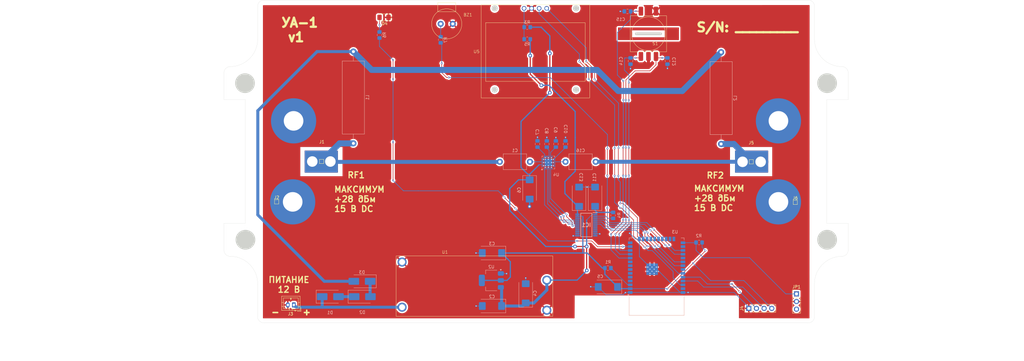
<source format=kicad_pcb>
(kicad_pcb (version 20240108) (generator "pcbnew") (generator_version "8.0")
  (layers (0 "F.Cu" signal) (31 "B.Cu" signal) (34 "B.Paste" user) (35 "F.Paste" user) (36 "B.SilkS" user "B.Silkscreen") (37 "F.SilkS" user "F.Silkscreen") (38 "B.Mask" user) (39 "F.Mask" user) (44 "Edge.Cuts" user))
  (net 0 "")
  (net 1 "Net-(BZ1-+)")
  (net 2 "GND")
  (net 3 "Net-(U4-RF1)")
  (net 4 "Net-(J1-Pin_1)")
  (net 5 "+5V")
  (net 6 "+3.3V")
  (net 7 "Net-(U4-AGC1)")
  (net 8 "Net-(U4-AGC5)")
  (net 9 "Net-(U4-AGC6)")
  (net 10 "Net-(U4-AGC7)")
  (net 11 "/ENC_B")
  (net 12 "/ENC_A")
  (net 13 "/ENC_BTN")
  (net 14 "Net-(U4-RF2)")
  (net 15 "Net-(J5-Pin_1)")
  (net 16 "Net-(D1-A)")
  (net 17 "Net-(D1-K)")
  (net 18 "Net-(D2-A)")
  (net 19 "/Vline")
  (net 20 "Net-(D4-A)")
  (net 24 "/SI_5V")
  (net 27 "/LE_3V")
  (net 28 "/SH_CLK_3V")
  (net 30 "/RESET_3V")
  (net 31 "Net-(IC1-DIR)")
  (net 32 "/LE_5V")
  (net 33 "/SI_3V")
  (net 35 "/RESET_5V")
  (net 37 "/SH_CLK_5V")
  (net 38 "/TX0")
  (net 39 "/RX0")
  (net 40 "Net-(JP1-A)")
  (net 42 "Net-(U3-EN)")
  (net 43 "Net-(U5-VCC)")
  (net 44 "/LED")
  (net 45 "/BUZ")
  (net 46 "/OLED_SCL")
  (net 50 "/OLED_SDA")
  (footprint "Connector_PinHeader_2.54mm:PinHeader_1x03_P2.54mm_Vertical" (layer "F.Cu") (at 237.8 134.575)
    (property "Reference" "JP1")
    (property "Value" "PLS-3")
  )
  (footprint "Alexeyj4:MPN" (layer "F.Cu") (at 131 132)
    (property "Reference" "U1")
    (property "Value" "MP-N")
  )
  (footprint "Alexeyj4:OLED I2C" (layer "F.Cu") (at 151.2 53.5)
    (property "Reference" "U5")
    (property "Value" "OLED")
    (fp_circle (center -13.5 -13.75) (end -12.5 -13.75) (stroke (width 0.05)) (fill solid) (layer "Edge.Cuts"))
    (fp_circle (center -13.5 13.25) (end -12.5 13.25) (stroke (width 0.05)) (fill solid) (layer "Edge.Cuts"))
    (fp_circle (center 13.5 -13.75) (end 14.5 -13.75) (stroke (width 0.05)) (fill solid) (layer "Edge.Cuts"))
    (fp_circle (center 13.5 13.25) (end 14.5 13.25) (stroke (width 0.05)) (fill solid) (layer "Edge.Cuts"))
  )
  (footprint "TestPoint:TestPoint_Pad_1.0x1.0mm" (layer "F.Cu") (at 65.4 104)
    (property "Reference" "J2")
    (property "Value" "RF_base_gnd")
  )
  (footprint "Alexeyj4:HC0903A" (layer "F.Cu") (at 121.8 44.9)
    (property "Reference" "BZ1")
    (property "Value" "Buzzer")
  )
  (footprint "TestPoint:TestPoint_Pad_1.0x1.0mm" (layer "F.Cu") (at 222.8 90.7)
    (property "Reference" "J5")
    (property "Value" "RF_mine")
  )
  (footprint "TestPoint:TestPoint_Pad_1.0x1.0mm" (layer "F.Cu") (at 80.3 90.6)
    (property "Reference" "J1")
    (property "Value" "RF_base")
  )
  (footprint "LED_SMD:LED_1206_3216Metric_Pad1.42x1.75mm_HandSolder" (layer "F.Cu") (at 101 42.75 180)
    (property "Reference" "D4")
    (property "Value" "LED")
  )
  (footprint "Alexeyj4:RotaryEncoder EC11 SMD" (layer "F.Cu") (at 188.7 48.2)
    (property "Reference" "S1")
    (property "Value" "EC11")
    (fp_poly (pts (arc (start -4.025 0.475) (mid -4.5 0) (end -4.025 -0.475)) (arc (start 4.025 -0.475) (mid 4.5 0) (end 4.025 0.475))) (fill solid) (layer "Edge.Cuts"))
  )
  (footprint "TestPoint:TestPoint_Pad_1.0x1.0mm" (layer "F.Cu") (at 237.4 104.2)
    (property "Reference" "J6")
    (property "Value" "RF_mine_gnd")
  )
  (footprint "Connector_JST:JST_PH_B2B-PH-K_1x02_P2.00mm_Vertical" (layer "F.Cu") (at 71.1 138.25 180)
    (property "Reference" "J3")
    (property "Value" "12V")
  )
  (footprint "Connector_PinHeader_2.54mm:PinHeader_1x04_P2.54mm_Vertical" (layer "F.Cu") (at 221.98 139.4 90)
    (property "Reference" "J4")
    (property "Value" "UART_FW")
  )
  (footprint "Resistor_SMD:R_0805_2012Metric_Pad1.20x1.40mm_HandSolder" (layer "B.Cu") (at 177 108.5 90)
    (property "Reference" "R4")
    (property "Value" "1 кОм")
  )
  (footprint "Diode_SMD:D_SMB_Handsoldering" (layer "B.Cu") (at 83.2 135.5)
    (property "Reference" "D1")
    (property "Value" "10BQ040")
  )
  (footprint "Capacitor_SMD:C_0805_2012Metric_Pad1.18x1.45mm_HandSolder" (layer "B.Cu") (at 182.75 57.25 -90)
    (property "Reference" "C14")
    (property "Value" "100 нФ")
  )
  (footprint "Capacitor_THT:C_Disc_D7.5mm_W5.0mm_P10.00mm" (layer "B.Cu") (at 171.2 90.7 180)
    (property "Reference" "C16")
    (property "Value" "2,2 нФ")
  )
  (footprint "Capacitor_Tantalum_SMD:CP_EIA-7343-31_Kemet-D_Pad2.25x2.55mm_HandSolder" (layer "B.Cu") (at 175.25 132.25 180)
    (property "Reference" "C5")
    (property "Value" "47 мкФ")
  )
  (footprint "Resistor_SMD:R_0805_2012Metric_Pad1.20x1.40mm_HandSolder" (layer "B.Cu") (at 148.5 46 180)
    (property "Reference" "R3")
    (property "Value" "0 Ом")
  )
  (footprint "Capacitor_SMD:C_0805_2012Metric_Pad1.18x1.45mm_HandSolder" (layer "B.Cu") (at 158 84.8 90)
    (property "Reference" "C9")
    (property "Value" "330 пФ")
  )
  (footprint "Capacitor_Tantalum_SMD:CP_EIA-7343-31_Kemet-D_Pad2.25x2.55mm_HandSolder" (layer "B.Cu") (at 171 102.3 90)
    (property "Reference" "C11")
    (property "Value" "47 мкФ")
  )
  (footprint "Resistor_SMD:R_0805_2012Metric_Pad1.20x1.40mm_HandSolder" (layer "B.Cu") (at 175.25 126)
    (property "Reference" "R1")
    (property "Value" "10 кОм")
  )
  (footprint "Capacitor_SMD:C_0805_2012Metric_Pad1.18x1.45mm_HandSolder" (layer "B.Cu") (at 155 84.8 90)
    (property "Reference" "C8")
    (property "Value" "330 пФ")
  )
  (footprint "Diode_SMD:D_SMB_Handsoldering" (layer "B.Cu") (at 93.7 130.4 180)
    (property "Reference" "D3")
    (property "Value" "10BQ040")
  )
  (footprint "Capacitor_Tantalum_SMD:CP_EIA-7343-31_Kemet-D_Pad2.25x2.55mm_HandSolder" (layer "B.Cu") (at 148 134.4 90)
    (property "Reference" "C4")
    (property "Value" "47 мкФ")
  )
  (footprint "RF_Module:ESP32-WROOM-32D" (layer "B.Cu") (at 191.4 125.855)
    (property "Reference" "U3")
    (property "Value" "ESP32-WROOM-32E")
  )
  (footprint "Diode_SMD:D_SMB_Handsoldering" (layer "B.Cu") (at 93.8 135.5)
    (property "Reference" "D2")
    (property "Value" "10BQ040")
  )
  (footprint "Package_TO_SOT_SMD:SOT-223-3_TabPin2" (layer "B.Cu") (at 136.6 130.1 180)
    (property "Reference" "U2")
    (property "Value" "AMS1117-3.3")
  )
  (footprint "Package_DFN_QFN:QFN-24-1EP_4x4mm_P0.5mm_EP2.6x2.6mm_ThermalVias" (layer "B.Cu") (at 155.5 90.95)
    (property "Reference" "U4")
    (property "Value" "HMC542BLP4ETR")
  )
  (footprint "Resistor_SMD:R_0805_2012Metric_Pad1.20x1.40mm_HandSolder" (layer "B.Cu") (at 119.8 50.2 90)
    (property "Reference" "R7")
    (property "Value" "100 Ом")
  )
  (footprint "Inductor_THT:L_Axial_L24.0mm_D7.1mm_P30.48mm_Horizontal_Vishay_IM-10-28" (layer "B.Cu") (at 90.85 84.595 90)
    (property "Reference" "L1")
    (property "Value" "4 мГн мин.")
  )
  (footprint "Capacitor_Tantalum_SMD:CP_EIA-7343-31_Kemet-D_Pad2.25x2.55mm_HandSolder" (layer "B.Cu") (at 136.8 138.6 180)
    (property "Reference" "C2")
    (property "Value" "47 мкФ")
  )
  (footprint "Resistor_SMD:R_0805_2012Metric_Pad1.20x1.40mm_HandSolder" (layer "B.Cu") (at 99.5 48.6 90)
    (property "Reference" "R6")
    (property "Value" "1 кОм")
  )
  (footprint "Capacitor_SMD:C_0805_2012Metric_Pad1.18x1.45mm_HandSolder" (layer "B.Cu") (at 181.75 40.75 180)
    (property "Reference" "C15")
    (property "Value" "100 нФ")
  )
  (footprint "Capacitor_Tantalum_SMD:CP_EIA-7343-31_Kemet-D_Pad2.25x2.55mm_HandSolder" (layer "B.Cu") (at 165.7 102.3 90)
    (property "Reference" "C13")
    (property "Value" "47 мкФ")
  )
  (footprint "Inductor_THT:L_Axial_L24.0mm_D7.1mm_P30.48mm_Horizontal_Vishay_IM-10-28" (layer "B.Cu") (at 212.8 84.795 90)
    (property "Reference" "L2")
    (property "Value" "4 мГн мин.")
  )
  (footprint "Capacitor_Tantalum_SMD:CP_EIA-7343-31_Kemet-D_Pad2.25x2.55mm_HandSolder" (layer "B.Cu") (at 149.3 99.9 -90)
    (property "Reference" "C6")
    (property "Value" "47 мкФ")
  )
  (footprint "Capacitor_SMD:C_0805_2012Metric_Pad1.18x1.45mm_HandSolder" (layer "B.Cu") (at 161.2 84.8 90)
    (property "Reference" "C10")
    (property "Value" "330 пФ")
  )
  (footprint "Resistor_SMD:R_0805_2012Metric_Pad1.20x1.40mm_HandSolder" (layer "B.Cu") (at 205.5 117.5)
    (property "Reference" "R2")
    (property "Value" "10 кОм")
  )
  (footprint "Alexeyj4:SOP65P640X110-24N" (layer "B.Cu") (at 168.1 111.7 180)
    (property "Reference" "IC1")
    (property "Value" "74LVC4245APW,112" (hide yes))
  )
  (footprint "Capacitor_SMD:C_0805_2012Metric_Pad1.18x1.45mm_HandSolder" (layer "B.Cu") (at 195 57.25 -90)
    (property "Reference" "C12")
    (property "Value" "100 нФ")
  )
  (footprint "Capacitor_SMD:C_0805_2012Metric_Pad1.18x1.45mm_HandSolder" (layer "B.Cu") (at 151.9 84.8 90)
    (property "Reference" "C7")
    (property "Value" "330 пФ")
  )
  (footprint "Capacitor_THT:C_Disc_D7.5mm_W5.0mm_P10.00mm" (layer "B.Cu") (at 149.4 90.7 180)
    (property "Reference" "C1")
    (property "Value" "2,2 нФ")
  )
  (footprint "Resistor_SMD:R_0805_2012Metric_Pad1.20x1.40mm_HandSolder" (layer "B.Cu") (at 148.5 50)
    (property "Reference" "R5")
    (property "Value" "NU")
  )
  (footprint "Capacitor_Tantalum_SMD:CP_EIA-7343-31_Kemet-D_Pad2.25x2.55mm_HandSolder" (layer "B.Cu") (at 136.8 121 180)
    (property "Reference" "C3")
    (property "Value" "47 мкФ")
  )
  (gr_rect (start 217.5 87.1) (end 228.3 94.2) (stroke (width 0.2)) (fill solid) (layer "F.Cu") (net 15))
  (gr_rect (start 74.8 87.1) (end 85.6 94.2) (stroke (width 0.2)) (fill solid) (layer "F.Cu") (net 4))
  (gr_rect (start 217.5 87.1) (end 228.3 94.2) (stroke (width 0.2)) (fill solid) (layer "B.Cu") (net 15))
  (gr_rect (start 74.8 87.1) (end 85.6 94.2) (stroke (width 0.2)) (fill solid) (layer "B.Cu") (net 4))
  (gr_arc (start 252.906461 59.102461) (mid 246.440716 56.424229) (end 243.762461 49.958461) (stroke (width 0.05)) (layer "Edge.Cuts"))
  (gr_line (start 59.104461 49.958461) (end 59.104461 39.036461) (stroke (width 0.05)) (layer "Edge.Cuts"))
  (gr_line (start 254.938461 61.134461) (end 254.938461 70.075261) (stroke (width 0.05)) (layer "Edge.Cuts"))
  (gr_line (start 254.938461 111.121661) (end 254.938461 120.062461) (stroke (width 0.05)) (layer "Edge.Cuts"))
  (gr_arc (start 47.928461 61.134461) (mid 48.524 59.698) (end 49.960461 59.102461) (stroke (width 0.05)) (layer "Edge.Cuts"))
  (gr_line (start 243.762461 39.036461) (end 243.762461 49.958461) (stroke (width 0.05)) (layer "Edge.Cuts"))
  (gr_line (start 243.762461 131.238461) (end 243.762461 142.160461) (stroke (width 0.05)) (layer "Edge.Cuts"))
  (gr_line (start 55.040461 111.121661) (end 55.040461 70.075261) (stroke (width 0.05)) (layer "Edge.Cuts"))
  (gr_line (start 247.826461 70.075261) (end 247.826461 111.121661) (stroke (width 0.05)) (layer "Edge.Cuts"))
  (gr_line (start 61.136461 37.004461) (end 241.730461 37.004461) (stroke (width 0.05)) (layer "Edge.Cuts"))
  (gr_arc (start 243.762461 131.238461) (mid 246.440676 124.772676) (end 252.906461 122.094461) (stroke (width 0.05)) (layer "Edge.Cuts"))
  (gr_line (start 55.040461 70.075261) (end 47.928461 70.075261) (stroke (width 0.05)) (layer "Edge.Cuts"))
  (gr_circle (center 247.95 116.6) (end 251.2 116.6) (stroke (width 0.05)) (fill solid) (layer "Edge.Cuts"))
  (gr_line (start 247.826461 111.121661) (end 254.938461 111.121661) (stroke (width 0.05)) (layer "Edge.Cuts"))
  (gr_arc (start 243.762461 142.160461) (mid 243.166933 143.596933) (end 241.730461 144.192461) (stroke (width 0.05)) (layer "Edge.Cuts"))
  (gr_line (start 47.928461 70.075261) (end 47.928461 61.134461) (stroke (width 0.05)) (layer "Edge.Cuts"))
  (gr_arc (start 49.960461 122.094461) (mid 56.426245 124.772677) (end 59.104461 131.238461) (stroke (width 0.05)) (layer "Edge.Cuts"))
  (gr_line (start 59.104461 142.160461) (end 59.104461 131.238461) (stroke (width 0.05)) (layer "Edge.Cuts"))
  (gr_line (start 47.928461 111.121661) (end 55.040461 111.121661) (stroke (width 0.05)) (layer "Edge.Cuts"))
  (gr_arc (start 241.730461 37.004461) (mid 243.167341 37.599604) (end 243.762461 39.036461) (stroke (width 0.05)) (layer "Edge.Cuts"))
  (gr_arc (start 252.906461 59.102461) (mid 254.343341 59.697604) (end 254.938461 61.134461) (stroke (width 0.05)) (layer "Edge.Cuts"))
  (gr_arc (start 61.136461 144.192461) (mid 59.699999 143.596922) (end 59.104461 142.160461) (stroke (width 0.05)) (layer "Edge.Cuts"))
  (gr_arc (start 59.104461 39.036461) (mid 59.7 37.6) (end 61.136461 37.004461) (stroke (width 0.05)) (layer "Edge.Cuts"))
  (gr_line (start 47.928461 120.062461) (end 47.928461 111.121661) (stroke (width 0.05)) (layer "Edge.Cuts"))
  (gr_arc (start 254.938461 120.062461) (mid 254.342933 121.498933) (end 252.906461 122.094461) (stroke (width 0.05)) (layer "Edge.Cuts"))
  (gr_circle (center 247.95 64.6) (end 251.2 64.6) (stroke (width 0.05)) (fill solid) (layer "Edge.Cuts"))
  (gr_arc (start 59.104461 49.958461) (mid 56.426245 56.424245) (end 49.960461 59.102461) (stroke (width 0.05)) (layer "Edge.Cuts"))
  (gr_line (start 241.730461 144.192461) (end 61.136461 144.192461) (stroke (width 0.05)) (layer "Edge.Cuts"))
  (gr_arc (start 49.960461 122.094461) (mid 48.524 121.498922) (end 47.928461 120.062461) (stroke (width 0.05)) (layer "Edge.Cuts"))
  (gr_circle (center 54.9 64.6) (end 58.15 64.6) (stroke (width 0.05)) (fill solid) (layer "Edge.Cuts"))
  (gr_line (start 254.938461 70.075261) (end 247.826461 70.075261) (stroke (width 0.05)) (layer "Edge.Cuts"))
  (gr_circle (center 55.05 116.6) (end 58.3 116.6) (stroke (width 0.05)) (fill solid) (layer "Edge.Cuts"))
  (gr_text "-" (at 63.4 141.8 0) (layer "F.SilkS") (effects (font (size 2 2) (thickness 0.5) (bold yes)) (justify left bottom)))
  (gr_text "RF1" (at 88.7 96.3 0) (layer "F.SilkS") (effects (font (size 2 2) (thickness 0.4) (bold yes)) (justify left bottom)))
  (gr_text "RF2" (at 207.8 96.4 0) (layer "F.SilkS") (effects (font (size 2 2) (thickness 0.4) (bold yes)) (justify left bottom)))
  (gr_text "МАКСИМУМ\n+28 дБм\n15 В DC" (at 203.6 107.2 0) (layer "F.SilkS") (effects (font (size 2 2) (thickness 0.4) (bold yes)) (justify left bottom)))
  (gr_text "ПИТАНИЕ\n  12 В" (at 62.5 134.3 0) (layer "F.SilkS") (effects (font (size 2 2) (thickness 0.4) (bold yes)) (justify left bottom)))
  (gr_text "S/N: _________" (at 204.3 47.8 0) (layer "F.SilkS") (effects (font (size 3 3) (thickness 0.75) (bold yes)) (justify left bottom)))
  (gr_text "МАКСИМУМ\n+28 дБм\n15 В DC" (at 84.3 107.5 0) (layer "F.SilkS") (effects (font (size 2 2) (thickness 0.4) (bold yes)) (justify left bottom)))
  (gr_text "УА-1\n v1" (at 66.5 51.1 0) (layer "F.SilkS") (effects (font (size 3 3) (thickness 0.75) (bold yes)) (justify left bottom)))
  (gr_text "+" (at 73.8 141.8 0) (layer "F.SilkS") (effects (font (size 2 2) (thickness 0.5) (bold yes)) (justify left bottom)))
  (segment (start 119.8 44.9) (end 119.8 49.2) (width 0.2) (layer "B.Cu") (net 1))
  (segment (start 188.7 55.7) (end 188.7 57.75) (width 1) (layer "F.Cu") (net 2))
  (segment (start 188.15 58.3) (end 183.9 58.3) (width 0.2) (layer "F.Cu") (net 2))
  (segment (start 183.9 58.3) (end 182.75 59.45) (width 0.2) (layer "F.Cu") (net 2))
  (segment (start 182.75 59.45) (end 182.75 59.8) (width 0.2) (layer "F.Cu") (net 2))
  (segment (start 188.7 57.75) (end 188.15 58.3) (width 0.2) (layer "F.Cu") (net 2))
  (via (at 71.012461 77.119461) (size 15) (drill 6.5) (layers "F.Cu" "B.Cu") (net 2))
  (via (at 231.812461 104.019461) (size 15) (drill 6.5) (layers "F.Cu" "B.Cu") (net 2))
  (via (at 161.2 82.6) (size 0.6) (drill 0.3) (layers "F.Cu" "B.Cu") (net 2))
  (via (at 149.25 105.55) (size 1.2) (drill 0.6) (layers "F.Cu" "B.Cu") (net 2))
  (via (at 179.35 40.75) (size 0.6) (drill 0.3) (layers "F.Cu" "B.Cu") (net 2))
  (via (at 158 82.65) (size 0.6) (drill 0.3) (layers "F.Cu" "B.Cu") (net 2))
  (via (at 169.55 132.2) (size 0.6) (drill 0.3) (layers "F.Cu" "B.Cu") (net 2))
  (via (at 163.75 115.3) (size 0.6) (drill 0.3) (layers "F.Cu" "B.Cu") (net 2))
  (via (at 155 82.6) (size 0.6) (drill 0.3) (layers "F.Cu" "B.Cu") (net 2))
  (via (at 181.05 134.15) (size 0.6) (drill 0.3) (layers "F.Cu" "B.Cu") (net 2))
  (via (at 231.812461 77.119461) (size 15) (drill 6.5) (layers "F.Cu" "B.Cu") (net 2))
  (via (at 151.9 82.55) (size 0.6) (drill 0.3) (layers "F.Cu" "B.Cu") (net 2))
  (via (at 131.55 138.6) (size 0.6) (drill 0.3) (layers "F.Cu" "B.Cu") (net 2))
  (via (at 70.712461 104.019461) (size 15) (drill 6.5) (layers "F.Cu" "B.Cu") (net 2))
  (via (at 148 129.3) (size 0.6) (drill 0.3) (layers "F.Cu" "B.Cu") (net 2))
  (via (at 201.85 134.1) (size 0.6) (drill 0.3) (layers "F.Cu" "B.Cu") (net 2))
  (via (at 182.75 59.8) (size 0.6) (drill 0.3) (layers "F.Cu" "B.Cu") (net 2))
  (via (at 131.5 121) (size 0.6) (drill 0.3) (layers "F.Cu" "B.Cu") (net 2))
  (via (at 195 59.7) (size 0.6) (drill 0.3) (layers "F.Cu" "B.Cu") (net 2))
  (via (at 182.45 114.45) (size 0.6) (drill 0.3) (layers "F.Cu" "B.Cu") (net 2))
  (via (at 172.55 114.65) (size 0.6) (drill 0.3) (layers "F.Cu" "B.Cu") (net 2))
  (via (at 168.35 99.1) (size 0.6) (drill 0.3) (layers "F.Cu" "B.Cu") (net 2))
  (via (at 141.65 127.85) (size 0.6) (drill 0.3) (layers "F.Cu" "B.Cu") (net 2))
  (segment (start 181.045 134.105) (end 181.05 134.1) (width 0.2) (layer "B.Cu") (net 2))
  (segment (start 172.05 132.25) (end 169.6 132.25) (width 0.2) (layer "B.Cu") (net 2))
  (segment (start 182.75 58.2875) (end 182.75 59.8) (width 0.2) (layer "B.Cu") (net 2))
  (segment (start 168.35 99.1) (end 165.7 99.1) (width 0.2) (layer "B.Cu") (net 2))
  (segment (start 155 83.7625) (end 155 82.6) (width 0.2) (layer "B.Cu") (net 2))
  (segment (start 163.775 115.275) (end 163.75 115.3) (width 0.2) (layer "B.Cu") (net 2))
  (segment (start 166.4 109.9) (end 165.925 109.425) (width 0.2) (layer "B.Cu") (net 2))
  (segment (start 169.6 132.25) (end 169.55 132.2) (width 0.2) (layer "B.Cu") (net 2))
  (segment (start 180.7125 40.75) (end 179.35 40.75) (width 0.2) (layer "B.Cu") (net 2))
  (segment (start 139.75 127.8) (end 139.75 127.15) (width 0.2) (layer "B.Cu") (net 2))
  (segment (start 171.038 114.625) (end 172.525 114.625) (width 0.2) (layer "B.Cu") (net 2))
  (segment (start 200.15 134.105) (end 199.2 134.105) (width 0.2) (layer "B.Cu") (net 2))
  (segment (start 139.75 127.8) (end 141.6 127.8) (width 0.2) (layer "B.Cu") (net 2))
  (segment (start 158 83.7625) (end 158 82.65) (width 0.2) (layer "B.Cu") (net 2))
  (segment (start 133.6 121) (end 131.5 121) (width 0.2) (layer "B.Cu") (net 2))
  (segment (start 182.45 114.45) (end 184.345 116.345) (width 0.2) (layer "B.Cu") (net 2))
  (segment (start 185.69 122.175) (end 189.9 126.385) (width 0.2) (layer "B.Cu") (net 2))
  (segment (start 191.48 126.385) (end 189.9 126.385) (width 0.2) (layer "B.Cu") (net 2))
  (segment (start 151.9 83.7625) (end 151.9 82.55) (width 0.2) (layer "B.Cu") (net 2))
  (segment (start 172.525 114.625) (end 172.55 114.65) (width 0.2) (layer "B.Cu") (net 2))
  (segment (start 171.038 115.275) (end 171.038 114.625) (width 0.2) (layer "B.Cu") (net 2))
  (segment (start 166.4 114.9745) (end 166.4 109.9) (width 0.2) (layer "B.Cu") (net 2))
  (segment (start 217.105 134.105) (end 201.855 134.105) (width 0.2) (layer "B.Cu") (net 2))
  (segment (start 165.162 115.275) (end 163.775 115.275) (width 0.2) (layer "B.Cu") (net 2))
  (segment (start 149.3 103.1) (end 149.3 105.5) (width 0.4) (layer "B.Cu") (net 2))
  (segment (start 201.845 134.105) (end 200.15 134.105) (width 0.2) (layer "B.Cu") (net 2))
  (segment (start 185.69 116.345) (end 185.69 122.175) (width 0.2) (layer "B.Cu") (net 2))
  (segment (start 181 134.15) (end 180.3 134.85) (width 0.2) (layer "B.Cu") (net 2))
  (segment (start 195 58.2875) (end 195 59.7) (width 0.2) (layer "B.Cu") (net 2))
  (segment (start 182.65 134.105) (end 200.15 134.105) (width 0.2) (layer "B.Cu") (net 2))
  (segment (start 182.65 134.105) (end 181.045 134.105) (width 0.2) (layer "B.Cu") (net 2))
  (segment (start 166.0995 115.275) (end 166.4 114.9745) (width 0.2) (layer "B.Cu") (net 2))
  (segment (start 133.6 138.6) (end 131.55 138.6) (width 0.2) (layer "B.Cu") (net 2))
  (segment (start 148 131.2) (end 148 129.3) (width 0.2) (layer "B.Cu") (net 2))
  (segment (start 184.345 116.345) (end 185.69 116.345) (width 0.2) (layer "B.Cu") (net 2))
  (segment (start 180.3 134.85) (end 174.65 134.85) (width 0.2) (layer "B.Cu") (net 2))
  (segment (start 149.3 105.5) (end 149.25 105.55) (width 0.2) (layer "B.Cu") (net 2))
  (segment (start 201.85 134.1) (end 201.845 134.105) (width 0.2) (layer "B.Cu") (net 2))
  (segment (start 171 99.1) (end 168.35 99.1) (width 0.2) (layer "B.Cu") (net 2))
  (segment (start 221.98 139.4) (end 221.98 138.98) (width 0.2) (layer "B.Cu") (net 2))
  (segment (start 161.2 83.7625) (end 161.2 82.6) (width 0.2) (layer "B.Cu") (net 2))
  (segment (start 174.65 134.85) (end 172.05 132.25) (width 0.2) (layer "B.Cu") (net 2))
  (segment (start 165.162 115.275) (end 166.0995 115.275) (width 0.2) (layer "B.Cu") (net 2))
  (segment (start 141.6 127.8) (end 141.65 127.85) (width 0.2) (layer "B.Cu") (net 2))
  (segment (start 201.855 134.105) (end 201.85 134.1) (width 0.2) (layer "B.Cu") (net 2))
  (segment (start 165.925 109.425) (end 165.162 109.425) (width 0.2) (layer "B.Cu") (net 2))
  (segment (start 221.98 138.98) (end 217.105 134.105) (width 0.2) (layer "B.Cu") (net 2))
  (segment (start 181.05 134.1) (end 181.05 134.15) (width 0.2) (layer "B.Cu") (net 2))
  (segment (start 199.2 134.105) (end 191.48 126.385) (width 0.2) (layer "B.Cu") (net 2))
  (segment (start 181.05 134.15) (end 181 134.15) (width 0.2) (layer "B.Cu") (net 2))
  (segment (start 153.5625 90.7) (end 149.4 90.7) (width 0.2) (layer "B.Cu") (net 3))
  (via (at 77.212461 90.619461) (size 5) (drill 3.5) (layers "F.Cu" "B.Cu") (net 4))
  (via (at 83.212461 90.619461) (size 5) (drill 3.5) (layers "F.Cu" "B.Cu") (net 4))
  (segment (start 83.212461 90.619461) (end 77.212461 90.619461) (width 0.2) (layer "B.Cu") (net 4))
  (segment (start 139.4 90.7) (end 139.35 90.75) (width 1.3) (layer "B.Cu") (net 4))
  (segment (start 83.343 90.75) (end 83.212461 90.619461) (width 0.2) (layer "B.Cu") (net 4))
  (segment (start 86.255 84.595) (end 80.2 90.65) (width 2) (layer "B.Cu") (net 4))
  (segment (start 139.35 90.75) (end 83.343 90.75) (width 1.3) (layer "B.Cu") (net 4))
  (segment (start 90.85 84.595) (end 86.255 84.595) (width 2) (layer "B.Cu") (net 4))
  (segment (start 168.2 126.8) (end 168.25 126.8) (width 0.2) (layer "F.Cu") (net 5))
  (segment (start 156 67.75) (end 156 54.7) (width 0.4) (layer "F.Cu") (net 5))
  (segment (start 168.2 126.8) (end 168.2 118.85) (width 0.4) (layer "F.Cu") (net 5))
  (segment (start 168.2 118.85) (end 164.35 118.85) (width 0.4) (layer "F.Cu") (net 5))
  (via (at 168.2 118.85) (size 1.2) (drill 0.6) (layers "F.Cu" "B.Cu") (net 5))
  (via (at 168.25 126.8) (size 1.2) (drill 0.6) (layers "F.Cu" "B.Cu") (net 5))
  (via (at 156 54.7) (size 1.2) (drill 0.6) (layers "F.Cu" "B.Cu") (net 5))
  (via (at 164.35 118.85) (size 1.2) (drill 0.6) (layers "F.Cu" "B.Cu") (net 5))
  (via (at 156 67.75) (size 1.2) (drill 0.6) (layers "F.Cu" "B.Cu") (net 5))
  (segment (start 146.45 77.3) (end 146.45 92.6) (width 0.4) (layer "B.Cu") (net 5))
  (segment (start 156 54.7) (end 156 48.9) (width 0.4) (layer "B.Cu") (net 5))
  (segment (start 168.25 126.8) (end 168.2 126.8) (width 0.2) (layer "B.Cu") (net 5))
  (segment (start 148.7 94.85) (end 149.3 94.85) (width 0.4) (layer "B.Cu") (net 5))
  (segment (start 156 48.9) (end 153.1 46) (width 0.4) (layer "B.Cu") (net 5))
  (segment (start 171.663 107.5) (end 171.038 108.125) (width 0.4) (layer "B.Cu") (net 5))
  (segment (start 170.1005 108.125) (end 171.038 108.125) (width 0.2) (layer "B.Cu") (net 5))
  (segment (start 155 130) (end 165.05 130) (width 0.4) (layer "B.Cu") (net 5))
  (segment (start 153.1 46) (end 149.5 46) (width 0.4) (layer "B.Cu") (net 5))
  (segment (start 142.7 99.6) (end 145.6 96.7) (width 0.4) (layer "B.Cu") (net 5))
  (segment (start 146.45 92.6) (end 148.7 94.85) (width 0.4) (layer "B.Cu") (net 5))
  (segment (start 140 138.6) (end 147 138.6) (width 1) (layer "B.Cu") (net 5))
  (segment (start 164.35 118.85) (end 154.65 118.85) (width 0.4) (layer "B.Cu") (net 5))
  (segment (start 168.2 118.85) (end 168.2 110.0255) (width 0.4) (layer "B.Cu") (net 5))
  (segment (start 148 137.6) (end 150.7 137.6) (width 1) (layer "B.Cu") (net 5))
  (segment (start 155 133.3) (end 155 130) (width 1) (layer "B.Cu") (net 5))
  (segment (start 165.05 130) (end 168.25 126.8) (width 0.4) (layer "B.Cu") (net 5))
  (segment (start 142.7 106.9) (end 142.7 99.6) (width 0.4) (layer "B.Cu") (net 5))
  (segment (start 140 138.6) (end 140 132.65) (width 1) (layer "B.Cu") (net 5))
  (segment (start 168.2 110.0255) (end 170.1005 108.125) (width 0.2) (layer "B.Cu") (net 5))
  (segment (start 147 138.6) (end 148 137.6) (width 1) (layer "B.Cu") (net 5))
  (segment (start 145.6 96.7) (end 149.3 96.7) (width 0.4) (layer "B.Cu") (net 5))
  (segment (start 177 107.5) (end 171.663 107.5) (width 0.4) (layer "B.Cu") (net 5))
  (segment (start 150.7 137.6) (end 155 133.3) (width 1) (layer "B.Cu") (net 5))
  (segment (start 156 67.75) (end 146.45 77.3) (width 0.4) (layer "B.Cu") (net 5))
  (segment (start 154.65 118.85) (end 142.7 106.9) (width 0.4) (layer "B.Cu") (net 5))
  (segment (start 152.45 91.7) (end 153.5625 91.7) (width 0.2) (layer "B.Cu") (net 5))
  (segment (start 171 106.837) (end 171.663 107.5) (width 0.4) (layer "B.Cu") (net 5))
  (segment (start 149.3 94.85) (end 152.45 91.7) (width 0.4) (layer "B.Cu") (net 5))
  (segment (start 171 105.5) (end 171 106.837) (width 0.4) (layer "B.Cu") (net 5))
  (segment (start 140 132.65) (end 139.75 132.4) (width 0.2) (layer "B.Cu") (net 5))
  (segment (start 149.3 96.7) (end 149.3 94.85) (width 0.4) (layer "B.Cu") (net 5))
  (segment (start 153.2 65.3) (end 149.5 61.6) (width 0.4) (layer "F.Cu") (net 6))
  (segment (start 203.5125 124.3625) (end 207.575 120.3) (width 0.2) (layer "F.Cu") (net 6))
  (segment (start 149.5 61.6) (end 149.5 55.45) (width 0.4) (layer "F.Cu") (net 6))
  (segment (start 194.95 132.925) (end 203.5125 124.3625) (width 0.2) (layer "F.Cu") (net 6))
  (segment (start 207.575 120.3) (end 207.575 120.175) (width 0.2) (layer "F.Cu") (net 6))
  (via (at 203.5125 124.3625) (size 0.6) (drill 0.3) (layers "F.Cu" "B.Cu") (net 6))
  (via (at 153.2 65.3) (size 1.2) (drill 0.6) (layers "F.Cu" "B.Cu") (net 6))
  (via (at 149.5 55.45) (size 1.2) (drill 0.6) (layers "F.Cu" "B.Cu") (net 6))
  (via (at 207.575 120.175) (size 0.6) (drill 0.3) (layers "F.Cu" "B.Cu") (net 6))
  (via (at 194.95 132.925) (size 0.6) (drill 0.3) (layers "F.Cu" "B.Cu") (net 6))
  (segment (start 206.5 119.1) (end 206.5 117.5) (width 0.2) (layer "B.Cu") (net 6))
  (segment (start 140 121) (end 166.95 121) (width 0.4) (layer "B.Cu") (net 6))
  (segment (start 161 101.25) (end 161 97.25) (width 0.4) (layer "B.Cu") (net 6))
  (segment (start 166.95 121) (end 168.4 121) (width 0.4) (layer "B.Cu") (net 6))
  (segment (start 133.45 130.1) (end 139.75 130.1) (width 0.4) (layer "B.Cu") (net 6))
  (segment (start 139.75 130.1) (end 141.8 130.1) (width 0.4) (layer "B.Cu") (net 6))
  (segment (start 165.162 108.775) (end 165.162 106.038) (width 0.4) (layer "B.Cu") (net 6))
  (segment (start 161 97.25) (end 164.35 93.9) (width 0.4) (layer "B.Cu") (net 6))
  (segment (start 174.25 128.05) (end 178.45 132.25) (width 0.4) (layer "B.Cu") (net 6))
  (segment (start 141.8 130.1) (end 142.9 129) (width 0.4) (layer "B.Cu") (net 6))
  (segment (start 164.4 93.85) (end 164.4 82.65) (width 0.4) (layer "B.Cu") (net 6))
  (segment (start 142.9 123.9) (end 140 121) (width 0.4) (layer "B.Cu") (net 6))
  (segment (start 173.4 126) (end 174.25 126) (width 0.4) (layer "B.Cu") (net 6))
  (segment (start 179.035 132.835) (end 182.65 132.835) (width 0.4) (layer "B.Cu") (net 6))
  (segment (start 220.35 130.15) (end 209.3 130.15) (width 0.2) (layer "B.Cu") (net 6))
  (segment (start 165.25 105.5) (end 161 101.25) (width 0.4) (layer "B.Cu") (net 6))
  (segment (start 164.35 93.9) (end 164.4 93.85) (width 0.4) (layer "B.Cu") (net 6))
  (segment (start 166.775 108.775) (end 166.95 108.95) (width 0.2) (layer "B.Cu") (net 6))
  (segment (start 164.4 74) (end 164 73.6) (width 0.4) (layer "B.Cu") (net 6))
  (segment (start 168.475 121.075) (end 173.4 126) (width 0.4) (layer "B.Cu") (net 6))
  (segment (start 229.6 139.4) (end 220.35 130.15) (width 0.2) (layer "B.Cu") (net 6))
  (segment (start 165.162 106.038) (end 165.7 105.5) (width 0.2) (layer "B.Cu") (net 6))
  (segment (start 174.25 126) (end 174.25 128.05) (width 0.4) (layer "B.Cu") (net 6))
  (segment (start 166.95 108.95) (end 166.95 121) (width 0.4) (layer "B.Cu") (net 6))
  (segment (start 142.9 129) (end 142.9 123.9) (width 0.4) (layer "B.Cu") (net 6))
  (segment (start 165.7 105.5) (end 165.25 105.5) (width 0.2) (layer "B.Cu") (net 6))
  (segment (start 149.5 55.45) (end 149.5 50) (width 0.4) (layer "B.Cu") (net 6))
  (segment (start 155.7 65.3) (end 153.2 65.3) (width 0.4) (layer "B.Cu") (net 6))
  (segment (start 164.4 82.65) (end 164.4 74) (width 0.4) (layer "B.Cu") (net 6))
  (segment (start 165.162 108.125) (end 165.162 108.775) (width 0.2) (layer "B.Cu") (net 6))
  (segment (start 178.45 132.25) (end 179.035 132.835) (width 0.2) (layer "B.Cu") (net 6))
  (segment (start 207.575 120.175) (end 206.5 119.1) (width 0.2) (layer "B.Cu") (net 6))
  (segment (start 164 73.6) (end 155.7 65.3) (width 0.4) (layer "B.Cu") (net 6))
  (segment (start 209.3 130.15) (end 203.5125 124.3625) (width 0.2) (layer "B.Cu") (net 6))
  (segment (start 168.4 121) (end 168.475 121.075) (width 0.2) (layer "B.Cu") (net 6))
  (segment (start 165.162 108.775) (end 166.775 108.775) (width 0.2) (layer "B.Cu") (net 6))
  (segment (start 194.86 132.835) (end 194.95 132.925) (width 0.2) (layer "B.Cu") (net 6))
  (segment (start 182.65 132.835) (end 194.86 132.835) (width 0.2) (layer "B.Cu") (net 6))
  (segment (start 154.75 89.0125) (end 155.25 89.0125) (width 0.2) (layer "B.Cu") (net 7))
  (segment (start 154.25 89.0125) (end 153.5625 89.7) (width 0.2) (layer "B.Cu") (net 7))
  (segment (start 154.25 88.1875) (end 151.9 85.8375) (width 0.2) (layer "B.Cu") (net 7))
  (segment (start 154.25 89.0125) (end 154.75 89.0125) (width 0.2) (layer "B.Cu") (net 7))
  (segment (start 154.25 89.0125) (end 154.25 88.1875) (width 0.2) (layer "B.Cu") (net 7))
  (segment (start 155.75 86.9) (end 155.75 89.0125) (width 0.2) (layer "B.Cu") (net 8))
  (segment (start 155 86.15) (end 155.75 86.9) (width 0.2) (layer "B.Cu") (net 8))
  (segment (start 155 85.8375) (end 155 86.15) (width 0.2) (layer "B.Cu") (net 8))
  (segment (start 158 85.8375) (end 156.25 87.5875) (width 0.2) (layer "B.Cu") (net 9))
  (segment (start 156.25 87.5875) (end 156.25 89.0125) (width 0.2) (layer "B.Cu") (net 9))
  (segment (start 157.4375 89.7) (end 161.2 85.9375) (width 0.2) (layer "B.Cu") (net 10))
  (segment (start 161.2 85.9375) (end 161.2 85.8375) (width 0.2) (layer "B.Cu") (net 10))
  (segment (start 177.75 114.65) (end 181.1 111.3) (width 0.2) (layer "F.Cu") (net 11))
  (segment (start 177.75 114.75) (end 177.75 114.65) (width 0.2) (layer "F.Cu") (net 11))
  (segment (start 181.25 110.15) (end 181.25 110.1) (width 0.2) (layer "F.Cu") (net 11))
  (segment (start 181.25 111.15) (end 181.25 110.15) (width 0.2) (layer "F.Cu") (net 11))
  (segment (start 181.2 94.9) (end 181.2 86) (width 0.2) (layer "F.Cu") (net 11))
  (segment (start 184.25 60.5) (end 189.2 60.5) (width 0.2) (layer "F.Cu") (net 11))
  (segment (start 181.2 70.2) (end 181.2 63.55) (width 0.2) (layer "F.Cu") (net 11))
  (segment (start 189.2 60.5) (end 191.2 58.5) (width 0.2) (layer "F.Cu") (net 11))
  (segment (start 191.2 58.5) (end 191.2 55.7) (width 0.2) (layer "F.Cu") (net 11))
  (segment (start 181.1 111.3) (end 181.25 111.15) (width 0.2) (layer "F.Cu") (net 11))
  (segment (start 191.2 55.7) (end 191.7 56.2) (width 0.2) (layer "F.Cu") (net 11))
  (segment (start 181.2 95.4) (end 181.2 94.9) (width 0.2) (layer "F.Cu") (net 11))
  (segment (start 183.4 61.35) (end 184.25 60.5) (width 0.2) (layer "F.Cu") (net 11))
  (segment (start 191.7 56.2) (end 193.25 56.2) (width 0.2) (layer "F.Cu") (net 11))
  (segment (start 181.2 63.55) (end 183.4 61.35) (width 0.2) (layer "F.Cu") (net 11))
  (segment (start 181.25 110.1) (end 181.2 110.05) (width 0.2) (layer "F.Cu") (net 11))
  (via (at 193.25 56.2) (size 0.6) (drill 0.3) (layers "F.Cu" "B.Cu") (net 11))
  (via (at 177.75 114.75) (size 0.6) (drill 0.3) (layers "F.Cu" "B.Cu") (net 11))
  (via (at 181.2 95.4) (size 0.6) (drill 0.3) (layers "F.Cu" "B.Cu") (net 11))
  (via (at 181.2 70.2) (size 0.6) (drill 0.3) (layers "F.Cu" "B.Cu") (net 11))
  (via (at 181.2 86) (size 0.6) (drill 0.3) (layers "F.Cu" "B.Cu") (net 11))
  (via (at 181.2 110.05) (size 0.6) (drill 0.3) (layers "F.Cu" "B.Cu") (net 11))
  (segment (start 181.2 109.65) (end 181.2 95.35) (width 0.2) (layer "B.Cu") (net 11))
  (segment (start 181.2 110.05) (end 181.2 109.65) (width 0.2) (layer "B.Cu") (net 11))
  (segment (start 179.205 121.405) (end 177.75 119.95) (width 0.2) (layer "B.Cu") (net 11))
  (segment (start 177.75 114.8) (end 177.75 114.75) (width 0.2) (layer "B.Cu") (net 11))
  (segment (start 193.2625 56.2125) (end 193.25 56.2) (width 0.2) (layer "B.Cu") (net 11))
  (segment (start 181.2 95.35) (end 181.2 95.4) (width 0.2) (layer "B.Cu") (net 11))
  (segment (start 177.75 119.95) (end 177.75 114.8) (width 0.2) (layer "B.Cu") (net 11))
  (segment (start 181.2 86) (end 181.2 70.2) (width 0.2) (layer "B.Cu") (net 11))
  (segment (start 195 56.2125) (end 193.2625 56.2125) (width 0.2) (layer "B.Cu") (net 11))
  (segment (start 182.65 121.405) (end 179.205 121.405) (width 0.2) (layer "B.Cu") (net 11))
  (segment (start 182.2 95.25) (end 182.2 86.05) (width 0.2) (layer "F.Cu") (net 12))
  (segment (start 179 114.55) (end 181.3 112.25) (width 0.2) (layer "F.Cu") (net 12))
  (segment (start 184.45 56.2) (end 185.7 56.2) (width 0.2) (layer "F.Cu") (net 12))
  (segment (start 182.2 70.25) (end 182.2 64.4) (width 0.2) (layer "F.Cu") (net 12))
  (segment (start 182.25 111.3) (end 182.25 110.1) (width 0.2) (layer "F.Cu") (net 12))
  (segment (start 179 114.8) (end 179 114.55) (width 0.2) (layer "F.Cu") (net 12))
  (segment (start 181.3 112.25) (end 182.25 111.3) (width 0.2) (layer "F.Cu") (net 12))
  (segment (start 185.7 56.2) (end 186.2 55.7) (width 0.2) (layer "F.Cu") (net 12))
  (via (at 182.2 64.4) (size 0.6) (drill 0.3) (layers "F.Cu" "B.Cu") (net 12))
  (via (at 182.2 70.25) (size 0.6) (drill 0.3) (layers "F.Cu" "B.Cu") (net 12))
  (via (at 182.2 86.05) (size 0.6) (drill 0.3) (layers "F.Cu" "B.Cu") (net 12))
  (via (at 184.45 56.2) (size 0.6) (drill 0.3) (layers "F.Cu" "B.Cu") (net 12))
  (via (at 179 114.8) (size 0.6) (drill 0.3) (layers "F.Cu" "B.Cu") (net 12))
  (via (at 182.2 95.25) (size 0.6) (drill 0.3) (layers "F.Cu" "B.Cu") (net 12))
  (via (at 182.25 110.1) (size 0.6) (drill 0.3) (layers "F.Cu" "B.Cu") (net 12))
  (segment (start 182.25 110.1) (end 182.25 95.35) (width 0.2) (layer "B.Cu") (net 12))
  (segment (start 182.2 95.3) (end 182.2 95.25) (width 0.2) (layer "B.Cu") (net 12))
  (segment (start 182.2 61.75) (end 180.75 60.3) (width 0.2) (layer "B.Cu") (net 12))
  (segment (start 182.25 95.35) (end 182.2 95.3) (width 0.2) (layer "B.Cu") (net 12))
  (segment (start 179.385 120.135) (end 179 119.75) (width 0.2) (layer "B.Cu") (net 12))
  (segment (start 180.75 60.3) (end 180.75 56.25) (width 0.2) (layer "B.Cu") (net 12))
  (segment (start 180.95 56.25) (end 180.9875 56.2125) (width 0.2) (layer "B.Cu") (net 12))
  (segment (start 180.9875 56.2125) (end 182.75 56.2125) (width 0.2) (layer "B.Cu") (net 12))
  (segment (start 179 119.75) (end 179 114.8) (width 0.2) (layer "B.Cu") (net 12))
  (segment (start 182.75 56.2125) (end 184.4375 56.2125) (width 0.2) (layer "B.Cu") (net 12))
  (segment (start 180.75 56.25) (end 180.95 56.25) (width 0.2) (layer "B.Cu") (net 12))
  (segment (start 182.2 64.4) (end 182.2 61.75) (width 0.2) (layer "B.Cu") (net 12))
  (segment (start 182.65 120.135) (end 179.385 120.135) (width 0.2) (layer "B.Cu") (net 12))
  (segment (start 182.2 86.05) (end 182.2 70.25) (width 0.2) (layer "B.Cu") (net 12))
  (segment (start 184.4375 56.2125) (end 184.45 56.2) (width 0.2) (layer "B.Cu") (net 12))
  (segment (start 180.25 110.1) (end 180.3 110.05) (width 0.2) (layer "F.Cu") (net 13))
  (segment (start 176.3 114.65) (end 177.2 113.75) (width 0.2) (layer "F.Cu") (net 13))
  (segment (start 176.3 114.75) (end 176.3 114.65) (width 0.2) (layer "F.Cu") (net 13))
  (segment (start 180.25 110.7) (end 180.25 110.15) (width 0.2) (layer "F.Cu") (net 13))
  (segment (start 180.35 70.2) (end 180.35 63.85) (width 0.2) (layer "F.Cu") (net 13))
  (segment (start 180.3 95.3) (end 180.3 94.8) (width 0.2) (layer "F.Cu") (net 13))
  (segment (start 186.2 40.7) (end 184.55 40.7) (width 0.2) (layer "F.Cu") (net 13))
  (segment (start 180.25 110.15) (end 180.25 110.1) (width 0.2) (layer "F.Cu") (net 13))
  (segment (start 180.3 94.8) (end 180.3 86) (width 0.2) (layer "F.Cu") (net 13))
  (segment (start 177.2 113.75) (end 180.25 110.7) (width 0.2) (layer "F.Cu") (net 13))
  (via (at 180.35 70.2) (size 0.6) (drill 0.3) (layers "F.Cu" "B.Cu") (net 13))
  (via (at 180.3 95.3) (size 0.6) (drill 0.3) (layers "F.Cu" "B.Cu") (net 13))
  (via (at 184.55 40.7) (size 0.6) (drill 0.3) (layers "F.Cu" "B.Cu") (net 13))
  (via (at 176.3 114.75) (size 0.6) (drill 0.3) (layers "F.Cu" "B.Cu") (net 13))
  (via (at 180.35 63.85) (size 0.6) (drill 0.3) (layers "F.Cu" "B.Cu") (net 13))
  (via (at 180.3 110.05) (size 0.6) (drill 0.3) (layers "F.Cu" "B.Cu") (net 13))
  (via (at 180.3 86) (size 0.6) (drill 0.3) (layers "F.Cu" "B.Cu") (net 13))
  (segment (start 180.3 110.05) (end 180.3 95.4) (width 0.2) (layer "B.Cu") (net 13))
  (segment (start 180.35 85.9) (end 180.35 85.6) (width 0.2) (layer "B.Cu") (net 13))
  (segment (start 178.4 47.75) (end 182.7875 43.3625) (width 0.2) (layer "B.Cu") (net 13))
  (segment (start 180.35 63.85) (end 178.4 61.9) (width 0.2) (layer "B.Cu") (net 13))
  (segment (start 182.8375 40.7) (end 182.7875 40.75) (width 0.2) (layer "B.Cu") (net 13))
  (segment (start 180.3 95.4) (end 180.3 95.3) (width 0.2) (layer "B.Cu") (net 13))
  (segment (start 178.925 122.675) (end 176.3 120.05) (width 0.2) (layer "B.Cu") (net 13))
  (segment (start 180.3 85.95) (end 180.35 85.9) (width 0.2) (layer "B.Cu") (net 13))
  (segment (start 180.35 85.6) (end 180.35 70.2) (width 0.2) (layer "B.Cu") (net 13))
  (segment (start 176.3 120.05) (end 176.3 114.75) (width 0.2) (layer "B.Cu") (net 13))
  (segment (start 180.3 86) (end 180.3 85.95) (width 0.2) (layer "B.Cu") (net 13))
  (segment (start 178.4 61.9) (end 178.4 47.75) (width 0.2) (layer "B.Cu") (net 13))
  (segment (start 182.7875 43.3625) (end 182.7875 40.75) (width 0.2) (layer "B.Cu") (net 13))
  (segment (start 184.55 40.7) (end 182.8375 40.7) (width 0.2) (layer "B.Cu") (net 13))
  (segment (start 182.65 122.675) (end 178.925 122.675) (width 0.2) (layer "B.Cu") (net 13))
  (segment (start 157.4375 90.7) (end 161.2 90.7) (width 0.2) (layer "B.Cu") (net 14))
  (via (at 225.912461 90.719461) (size 5) (drill 3.5) (layers "F.Cu" "B.Cu") (net 15))
  (via (at 219.912461 90.719461) (size 5) (drill 3.5) (layers "F.Cu" "B.Cu") (net 15))
  (segment (start 219.893 90.7) (end 219.912461 90.719461) (width 0.2) (layer "B.Cu") (net 15))
  (segment (start 171.2 90.7) (end 219.893 90.7) (width 1.3) (layer "B.Cu") (net 15))
  (segment (start 217.045 84.795) (end 222.9 90.65) (width 2) (layer "B.Cu") (net 15))
  (segment (start 212.8 84.795) (end 217.045 84.795) (width 2) (layer "B.Cu") (net 15))
  (segment (start 91.1 135.5) (end 85.9 135.5) (width 1) (layer "B.Cu") (net 16))
  (segment (start 107 139) (end 80.55 139) (width 1) (layer "B.Cu") (net 17))
  (segment (start 80.5 135.5) (end 80.5 138.95) (width 1) (layer "B.Cu") (net 17))
  (segment (start 80.55 139) (end 71.85 139) (width 1) (layer "B.Cu") (net 17))
  (segment (start 80.5 138.95) (end 80.55 139) (width 0.2) (layer "B.Cu") (net 17))
  (segment (start 71.85 139) (end 71.1 138.25) (width 1) (layer "B.Cu") (net 17))
  (segment (start 96.4 130.4) (end 96.4 135.4) (width 1) (layer "B.Cu") (net 18))
  (segment (start 96.4 135.4) (end 96.5 135.5) (width 0.2) (layer "B.Cu") (net 18))
  (segment (start 81.2 130.4) (end 59.15 108.35) (width 1) (layer "B.Cu") (net 19))
  (segment (start 199.915 67.2) (end 212.8 54.315) (width 2) (layer "B.Cu") (net 19))
  (segment (start 96.935 60.2) (end 171.7 60.2) (width 2) (layer "B.Cu") (net 19))
  (segment (start 59.15 108.35) (end 59.15 108.2) (width 0.2) (layer "B.Cu") (net 19))
  (segment (start 171.7 60.2) (end 178.7 67.2) (width 2) (layer "B.Cu") (net 19))
  (segment (start 59.15 108.2) (end 59.15 73.75) (width 1) (layer "B.Cu") (net 19))
  (segment (start 91 130.4) (end 81.2 130.4) (width 1) (layer "B.Cu") (net 19))
  (segment (start 90.85 54.115) (end 96.935 60.2) (width 2) (layer "B.Cu") (net 19))
  (segment (start 78.785 54.115) (end 90.85 54.115) (width 1) (layer "B.Cu") (net 19))
  (segment (start 178.7 67.2) (end 199.915 67.2) (width 2) (layer "B.Cu") (net 19))
  (segment (start 59.15 73.75) (end 78.785 54.115) (width 1) (layer "B.Cu") (net 19))
  (segment (start 99.5 45.3) (end 99.5 45) (width 0.2) (layer "F.Cu") (net 20))
  (segment (start 99.5125 44.9875) (end 99.5125 42.75) (width 0.2) (layer "F.Cu") (net 20))
  (segment (start 99.5 45) (end 99.5125 44.9875) (width 0.2) (layer "F.Cu") (net 20))
  (via (at 99.5 45.3) (size 0.6) (drill 0.3) (layers "F.Cu" "B.Cu") (net 20))
  (segment (start 99.5 47.6) (end 99.5 45.3) (width 0.2) (layer "B.Cu") (net 20))
  (segment (start 159.375 110.075) (end 165.162 110.075) (width 0.2) (layer "B.Cu") (net 24))
  (segment (start 159.35 110.1) (end 159.375 110.075) (width 0.2) (layer "B.Cu") (net 24))
  (segment (start 154.25 92.8875) (end 154.25 105) (width 0.2) (layer "B.Cu") (net 24))
  (segment (start 154.25 105) (end 159.35 110.1) (width 0.2) (layer "B.Cu") (net 24))
  (segment (start 194.3 118.35) (end 189.4 113.45) (width 0.2) (layer "F.Cu") (net 27))
  (via (at 194.3 118.35) (size 0.6) (drill 0.3) (layers "F.Cu" "B.Cu") (net 27))
  (via (at 189.4 113.45) (size 0.6) (drill 0.3) (layers "F.Cu" "B.Cu") (net 27))
  (segment (start 197.355 121.405) (end 194.3 118.35) (width 0.2) (layer "B.Cu") (net 27))
  (segment (start 173.725 110.075) (end 171.038 110.075) (width 0.2) (layer "B.Cu") (net 27))
  (segment (start 175.15 111.5) (end 173.725 110.075) (width 0.2) (layer "B.Cu") (net 27))
  (segment (start 187.45 111.5) (end 175.15 111.5) (width 0.2) (layer "B.Cu") (net 27))
  (segment (start 189.4 113.45) (end 187.45 111.5) (width 0.2) (layer "B.Cu") (net 27))
  (segment (start 200.15 121.405) (end 197.355 121.405) (width 0.2) (layer "B.Cu") (net 27))
  (segment (start 191.95 118.55) (end 188.45 115.05) (width 0.2) (layer "F.Cu") (net 28))
  (segment (start 188.45 115.05) (end 188.45 114.25) (width 0.2) (layer "F.Cu") (net 28))
  (via (at 191.95 118.55) (size 0.6) (drill 0.3) (layers "F.Cu" "B.Cu") (net 28))
  (via (at 188.45 114.25) (size 0.6) (drill 0.3) (layers "F.Cu" "B.Cu") (net 28))
  (segment (start 186.3 112.1) (end 174.6 112.1) (width 0.2) (layer "B.Cu") (net 28))
  (segment (start 188.45 114.25) (end 186.3 112.1) (width 0.2) (layer "B.Cu") (net 28))
  (segment (start 191.96 118.55) (end 191.95 118.55) (width 0.2) (layer "B.Cu") (net 28))
  (segment (start 197.355 123.945) (end 191.96 118.55) (width 0.2) (layer "B.Cu") (net 28))
  (segment (start 173.225 110.725) (end 171.038 110.725) (width 0.2) (layer "B.Cu") (net 28))
  (segment (start 200.15 123.945) (end 197.355 123.945) (width 0.2) (layer "B.Cu") (net 28))
  (segment (start 174.6 112.1) (end 173.225 110.725) (width 0.2) (layer "B.Cu") (net 28))
  (segment (start 187.5 115.4) (end 187.5 114.3) (width 0.2) (layer "F.Cu") (net 30))
  (segment (start 190.8 118.7) (end 187.5 115.4) (width 0.2) (layer "F.Cu") (net 30))
  (via (at 190.8 118.7) (size 0.6) (drill 0.3) (layers "F.Cu" "B.Cu") (net 30))
  (via (at 187.5 114.3) (size 0.6) (drill 0.3) (layers "F.Cu" "B.Cu") (net 30))
  (segment (start 197.315 125.215) (end 190.8 118.7) (width 0.2) (layer "B.Cu") (net 30))
  (segment (start 200.15 125.215) (end 197.315 125.215) (width 0.2) (layer "B.Cu") (net 30))
  (segment (start 186 112.8) (end 174.15 112.8) (width 0.2) (layer "B.Cu") (net 30))
  (segment (start 172.75 111.4) (end 172.55 111.4) (width 0.2) (layer "B.Cu") (net 30))
  (segment (start 174.15 112.8) (end 172.75 111.4) (width 0.2) (layer "B.Cu") (net 30))
  (segment (start 187.5 114.3) (end 186 112.8) (width 0.2) (layer "B.Cu") (net 30))
  (segment (start 172.525 111.375) (end 171.038 111.375) (width 0.2) (layer "B.Cu") (net 30))
  (segment (start 172.55 111.4) (end 172.525 111.375) (width 0.2) (layer "B.Cu") (net 30))
  (segment (start 175.3 109.5) (end 174.575 108.775) (width 0.2) (layer "B.Cu") (net 31))
  (segment (start 177 109.5) (end 175.3 109.5) (width 0.2) (layer "B.Cu") (net 31))
  (segment (start 174.575 108.775) (end 171.038 108.775) (width 0.2) (layer "B.Cu") (net 31))
  (segment (start 159.75 109.15) (end 159.75 109.2) (width 0.2) (layer "F.Cu") (net 32))
  (segment (start 159.75 109.85) (end 160.6 110.7) (width 0.2) (layer "F.Cu") (net 32))
  (segment (start 159.75 109.2) (end 159.75 109.85) (width 0.2) (layer "F.Cu") (net 32))
  (via (at 160.6 110.7) (size 0.6) (drill 0.3) (layers "F.Cu" "B.Cu") (net 32))
  (via (at 159.75 109.15) (size 0.6) (drill 0.3) (layers "F.Cu" "B.Cu") (net 32))
  (segment (start 160.6 110.7) (end 160.625 110.725) (width 0.2) (layer "B.Cu") (net 32))
  (segment (start 159.7 109.15) (end 159.75 109.15) (width 0.2) (layer "B.Cu") (net 32))
  (segment (start 160.625 110.725) (end 165.162 110.725) (width 0.2) (layer "B.Cu") (net 32))
  (segment (start 155.25 92.8875) (end 155.25 104.7) (width 0.2) (layer "B.Cu") (net 32))
  (segment (start 155.25 104.7) (end 159.7 109.15) (width 0.2) (layer "B.Cu") (net 32))
  (segment (start 195.55 118.3) (end 190.5 113.25) (width 0.2) (layer "F.Cu") (net 33))
  (via (at 190.5 113.25) (size 0.6) (drill 0.3) (layers "F.Cu" "B.Cu") (net 33))
  (via (at 195.55 118.3) (size 0.6) (drill 0.3) (layers "F.Cu" "B.Cu") (net 33))
  (segment (start 200.15 120.135) (end 197.385 120.135) (width 0.2) (layer "B.Cu") (net 33))
  (segment (start 188.15 110.9) (end 175.5 110.9) (width 0.2) (layer "B.Cu") (net 33))
  (segment (start 175.5 110.9) (end 174.025 109.425) (width 0.2) (layer "B.Cu") (net 33))
  (segment (start 190.5 113.25) (end 188.15 110.9) (width 0.2) (layer "B.Cu") (net 33))
  (segment (start 197.385 120.135) (end 195.55 118.3) (width 0.2) (layer "B.Cu") (net 33))
  (segment (start 174.025 109.425) (end 171.038 109.425) (width 0.2) (layer "B.Cu") (net 33))
  (segment (start 161.55 108.25) (end 161.55 108.9) (width 0.2) (layer "F.Cu") (net 35))
  (segment (start 163.4 111.85) (end 163.55 112) (width 0.2) (layer "F.Cu") (net 35))
  (segment (start 163.4 110.75) (end 163.4 111.85) (width 0.2) (layer "F.Cu") (net 35))
  (segment (start 161.55 108.9) (end 163.4 110.75) (width 0.2) (layer "F.Cu") (net 35))
  (via (at 161.55 108.25) (size 0.6) (drill 0.3) (layers "F.Cu" "B.Cu") (net 35))
  (via (at 163.55 112) (size 0.6) (drill 0.3) (layers "F.Cu" "B.Cu") (net 35))
  (segment (start 163.55 112) (end 165.137 112) (width 0.2) (layer "B.Cu") (net 35))
  (segment (start 156.25 92.8875) (end 156.25 102.95) (width 0.2) (layer "B.Cu") (net 35))
  (segment (start 165.137 112) (end 165.162 112.025) (width 0.2) (layer "B.Cu") (net 35))
  (segment (start 156.25 102.95) (end 161.55 108.25) (width 0.2) (layer "B.Cu") (net 35))
  (segment (start 160.6 109.7) (end 162.25 111.35) (width 0.2) (layer "F.Cu") (net 37))
  (segment (start 160.6 108.75) (end 160.6 109.7) (width 0.2) (layer "F.Cu") (net 37))
  (via (at 162.25 111.35) (size 0.6) (drill 0.3) (layers "F.Cu" "B.Cu") (net 37))
  (via (at 160.6 108.75) (size 0.6) (drill 0.3) (layers "F.Cu" "B.Cu") (net 37))
  (segment (start 163 111.35) (end 163.025 111.375) (width 0.2) (layer "B.Cu") (net 37))
  (segment (start 162.25 111.35) (end 163 111.35) (width 0.2) (layer "B.Cu") (net 37))
  (segment (start 163.025 111.375) (end 165.162 111.375) (width 0.2) (layer "B.Cu") (net 37))
  (segment (start 155.75 103.9) (end 160.6 108.75) (width 0.2) (layer "B.Cu") (net 37))
  (segment (start 155.75 92.8875) (end 155.75 103.9) (width 0.2) (layer "B.Cu") (net 37))
  (segment (start 207 132.3) (end 204.995 130.295) (width 0.2) (layer "B.Cu") (net 38))
  (segment (start 227.06 139.4) (end 219.96 132.3) (width 0.2) (layer "B.Cu") (net 38))
  (segment (start 204.995 130.295) (end 200.15 130.295) (width 0.2) (layer "B.Cu") (net 38))
  (segment (start 219.96 132.3) (end 207 132.3) (width 0.2) (layer "B.Cu") (net 38))
  (segment (start 218.9 133.8) (end 216.4 131.3) (width 0.2) (layer "F.Cu") (net 39))
  (via (at 216.4 131.3) (size 0.6) (drill 0.3) (layers "F.Cu" "B.Cu") (net 39))
  (via (at 218.9 133.8) (size 0.6) (drill 0.3) (layers "F.Cu" "B.Cu") (net 39))
  (segment (start 216.4 131.3) (end 208.2 131.3) (width 0.2) (layer "B.Cu") (net 39))
  (segment (start 208.2 131.3) (end 205.925 129.025) (width 0.2) (layer "B.Cu") (net 39))
  (segment (start 224.52 139.4) (end 218.92 133.8) (width 0.2) (layer "B.Cu") (net 39))
  (segment (start 218.92 133.8) (end 218.9 133.8) (width 0.2) (layer "B.Cu") (net 39))
  (segment (start 205.925 129.025) (end 200.15 129.025) (width 0.2) (layer "B.Cu") (net 39))
  (segment (start 234.225 134.575) (end 222.2 122.55) (width 0.2) (layer "B.Cu") (net 40))
  (segment (start 204.405 117.595) (end 204.5 117.5) (width 0.2) (layer "B.Cu") (net 40))
  (segment (start 200.15 117.595) (end 204.405 117.595) (width 0.2) (layer "B.Cu") (net 40))
  (segment (start 237.8 134.575) (end 234.225 134.575) (width 0.2) (layer "B.Cu") (net 40))
  (segment (start 204.5 120.125) (end 204.5 117.5) (width 0.2) (layer "B.Cu") (net 40))
  (segment (start 222.2 122.55) (end 206.925 122.55) (width 0.2) (layer "B.Cu") (net 40))
  (segment (start 206.925 122.55) (end 204.5 120.125) (width 0.2) (layer "B.Cu") (net 40))
  (segment (start 176.25 126) (end 181.815 131.565) (width 0.2) (layer "B.Cu") (net 42))
  (segment (start 181.815 131.565) (end 182.65 131.565) (width 0.2) (layer "B.Cu") (net 42))
  (segment (start 147.45 39.75) (end 147.45 49.95) (width 0.2) (layer "B.Cu") (net 43))
  (segment (start 147.45 49.95) (end 147.5 50) (width 0.2) (layer "B.Cu") (net 43))
  (segment (start 180.2 118.9) (end 171.8 118.9) (width 0.2) (layer "F.Cu") (net 44))
  (segment (start 144.55 106.2) (end 141.05 102.7) (width 0.2) (layer "F.Cu") (net 44))
  (segment (start 104 63.25) (end 104 56.9) (width 0.2) (layer "F.Cu") (net 44))
  (segment (start 171.8 118.9) (end 169.9 117) (width 0.2) (layer "F.Cu") (net 44))
  (segment (start 104 96.9) (end 104 84.2) (width 0.2) (layer "F.Cu") (net 44))
  (segment (start 169.9 117) (end 165.1 117) (width 0.2) (layer "F.Cu") (net 44))
  (segment (start 141.05 102.7) (end 141.05 102.55) (width 0.2) (layer "F.Cu") (net 44))
  (via (at 141.05 102.55) (size 0.6) (drill 0.3) (layers "F.Cu" "B.Cu") (net 44))
  (via (at 180.2 118.9) (size 0.6) (drill 0.3) (layers "F.Cu" "B.Cu") (net 44))
  (via (at 104 56.9) (size 0.6) (drill 0.3) (layers "F.Cu" "B.Cu") (net 44))
  (via (at 104 63.25) (size 0.6) (drill 0.3) (layers "F.Cu" "B.Cu") (net 44))
  (via (at 104 96.9) (size 0.6) (drill 0.3) (layers "F.Cu" "B.Cu") (net 44))
  (via (at 104 84.2) (size 0.6) (drill 0.3) (layers "F.Cu" "B.Cu") (net 44))
  (via (at 165.1 117) (size 0.6) (drill 0.3) (layers "F.Cu" "B.Cu") (net 44))
  (via (at 144.55 106.2) (size 0.6) (drill 0.3) (layers "F.Cu" "B.Cu") (net 44))
  (segment (start 104 84.1) (end 104 63.25) (width 0.2) (layer "B.Cu") (net 44))
  (segment (start 182.65 118.865) (end 180.235 118.865) (width 0.2) (layer "B.Cu") (net 44))
  (segment (start 155.35 117) (end 144.55 106.2) (width 0.2) (layer "B.Cu") (net 44))
  (segment (start 99.5 52.4) (end 99.5 49.6) (width 0.2) (layer "B.Cu") (net 44))
  (segment (start 107.45 100.35) (end 104 96.9) (width 0.2) (layer "B.Cu") (net 44))
  (segment (start 180.235 118.865) (end 180.2 118.9) (width 0.2) (layer "B.Cu") (net 44))
  (segment (start 104 84.2) (end 104 84.1) (width 0.2) (layer "B.Cu") (net 44))
  (segment (start 112.35 100.35) (end 107.45 100.35) (width 0.2) (layer "B.Cu") (net 44))
  (segment (start 104 56.9) (end 99.5 52.4) (width 0.2) (layer "B.Cu") (net 44))
  (segment (start 138.85 100.35) (end 112.35 100.35) (width 0.2) (layer "B.Cu") (net 44))
  (segment (start 165.1 117) (end 155.35 117) (width 0.2) (layer "B.Cu") (net 44))
  (segment (start 141.05 102.55) (end 138.85 100.35) (width 0.2) (layer "B.Cu") (net 44))
  (segment (start 175.05 95.3) (end 175.05 86.35) (width 0.2) (layer "F.Cu") (net 45))
  (segment (start 121.75 62.7) (end 120.15 61.1) (width 0.2) (layer "F.Cu") (net 45))
  (segment (start 176.4 113.4) (end 176.2 113.4) (width 0.2) (layer "F.Cu") (net 45))
  (segment (start 175.05 86.35) (end 175.1 86.3) (width 0.2) (layer "F.Cu") (net 45))
  (segment (start 175.05 112.25) (end 175.05 106.05) (width 0.2) (layer "F.Cu") (net 45))
  (segment (start 176.2 113.4) (end 175.05 112.25) (width 0.2) (layer "F.Cu") (net 45))
  (segment (start 120.15 61.1) (end 120.15 58) (width 0.2) (layer "F.Cu") (net 45))
  (segment (start 122.5 62.7) (end 121.75 62.7) (width 0.2) (layer "F.Cu") (net 45))
  (via (at 175.05 106.05) (size 0.6) (drill 0.3) (layers "F.Cu" "B.Cu") (net 45))
  (via (at 176.4 113.4) (size 0.6) (drill 0.3) (layers "F.Cu" "B.Cu") (net 45))
  (via (at 175.1 86.3) (size 0.6) (drill 0.3) (layers "F.Cu" "B.Cu") (net 45))
  (via (at 122.5 62.7) (size 0.6) (drill 0.3) (layers "F.Cu" "B.Cu") (net 45))
  (via (at 175.05 95.3) (size 0.6) (drill 0.3) (layers "F.Cu" "B.Cu") (net 45))
  (via (at 120.15 58) (size 0.6) (drill 0.3) (layers "F.Cu" "B.Cu") (net 45))
  (segment (start 182.85 113.4) (end 184.545 113.4) (width 0.2) (layer "B.Cu") (net 45))
  (segment (start 119.8 51.2) (end 120.15 51.55) (width 0.2) (layer "B.Cu") (net 45))
  (segment (start 175.1 81.65) (end 160.95 67.5) (width 0.2) (layer "B.Cu") (net 45))
  (segment (start 182.8 113.4) (end 176.4 113.4) (width 0.2) (layer "B.Cu") (net 45))
  (segment (start 175.1 86.3) (end 175.1 81.65) (width 0.2) (layer "B.Cu") (net 45))
  (segment (start 175.05 106.05) (end 175.05 95.3) (width 0.2) (layer "B.Cu") (net 45))
  (segment (start 160.95 67.5) (end 156.2 62.75) (width 0.2) (layer "B.Cu") (net 45))
  (segment (start 122.55 62.75) (end 122.5 62.7) (width 0.2) (layer "B.Cu") (net 45))
  (segment (start 120.15 51.55) (end 120.15 58) (width 0.2) (layer "B.Cu") (net 45))
  (segment (start 184.545 113.4) (end 186.96 115.815) (width 0.2) (layer "B.Cu") (net 45))
  (segment (start 186.96 115.815) (end 186.96 116.345) (width 0.2) (layer "B.Cu") (net 45))
  (segment (start 147.25 62.75) (end 122.55 62.75) (width 0.2) (layer "B.Cu") (net 45))
  (segment (start 182.85 113.4) (end 182.8 113.4) (width 0.2) (layer "B.Cu") (net 45))
  (segment (start 156.2 62.75) (end 147.25 62.75) (width 0.2) (layer "B.Cu") (net 45))
  (segment (start 179.35 106.05) (end 179.75 106.05) (width 0.2) (layer "F.Cu") (net 46))
  (segment (start 183.75 115.35) (end 187.4 119) (width 0.2) (layer "F.Cu") (net 46))
  (segment (start 168.9 60.5) (end 165.8 57.4) (width 0.2) (layer "F.Cu") (net 46))
  (segment (start 168.9 63.25) (end 168.9 60.5) (width 0.2) (layer "F.Cu") (net 46))
  (segment (start 177.5 95.35) (end 177.5 86.2) (width 0.2) (layer "F.Cu") (net 46))
  (segment (start 183.75 110.05) (end 183.75 115.35) (width 0.2) (layer "F.Cu") (net 46))
  (segment (start 179.75 106.05) (end 183.75 110.05) (width 0.2) (layer "F.Cu") (net 46))
  (via (at 187.4 119) (size 0.6) (drill 0.3) (layers "F.Cu" "B.Cu") (net 46))
  (via (at 177.5 95.35) (size 0.6) (drill 0.3) (layers "F.Cu" "B.Cu") (net 46))
  (via (at 179.35 106.05) (size 0.6) (drill 0.3) (layers "F.Cu" "B.Cu") (net 46))
  (via (at 168.9 63.25) (size 0.6) (drill 0.3) (layers "F.Cu" "B.Cu") (net 46))
  (via (at 177.5 86.2) (size 0.6) (drill 0.3) (layers "F.Cu" "B.Cu") (net 46))
  (via (at 165.8 57.4) (size 0.6) (drill 0.3) (layers "F.Cu" "B.Cu") (net 46))
  (segment (start 189.95 120.2) (end 188.6 120.2) (width 0.2) (layer "B.Cu") (net 46))
  (segment (start 177.5 71.85) (end 168.9 63.25) (width 0.2) (layer "B.Cu") (net 46))
  (segment (start 196.9 129.3) (end 196.9 127.15) (width 0.2) (layer "B.Cu") (net 46))
  (segment (start 165.8 57.4) (end 165.8 54.95) (width 0.2) (layer "B.Cu") (net 46))
  (segment (start 199.165 131.565) (end 196.9 129.3) (width 0.2) (layer "B.Cu") (net 46))
  (segment (start 196.9 127.15) (end 189.95 120.2) (width 0.2) (layer "B.Cu") (net 46))
  (segment (start 165.8 54.95) (end 152.45 41.6) (width 0.2) (layer "B.Cu") (net 46))
  (segment (start 177.5 104.2) (end 177.5 95.35) (width 0.2) (layer "B.Cu") (net 46))
  (segment (start 179.35 106.05) (end 177.5 104.2) (width 0.2) (layer "B.Cu") (net 46))
  (segment (start 188.6 120.2) (end 187.4 119) (width 0.2) (layer "B.Cu") (net 46))
  (segment (start 152.45 41.6) (end 152.45 39.75) (width 0.2) (layer "B.Cu") (net 46))
  (segment (start 177.5 86.2) (end 177.5 71.85) (width 0.2) (layer "B.Cu") (net 46))
  (segment (start 200.15 131.565) (end 199.165 131.565) (width 0.2) (layer "B.Cu") (net 46))
  (segment (start 170.85 60.15) (end 168.05 57.35) (width 0.2) (layer "F.Cu") (net 50))
  (segment (start 178.7 86.2) (end 178.8 86.1) (width 0.2) (layer "F.Cu") (net 50))
  (segment (start 180.25 104.5) (end 185.05 109.3) (width 0.2) (layer "F.Cu") (net 50))
  (segment (start 185.05 115.5) (end 188.3 118.75) (width 0.2) (layer "F.Cu") (net 50))
  (segment (start 178.7 95.4) (end 178.7 86.2) (width 0.2) (layer "F.Cu") (net 50))
  (segment (start 170.85 63.3) (end 170.85 60.15) (width 0.2) (layer "F.Cu") (net 50))
  (segment (start 185.05 109.3) (end 185.05 115.5) (width 0.2) (layer "F.Cu") (net 50))
  (segment (start 179.35 104.5) (end 180.25 104.5) (width 0.2) (layer "F.Cu") (net 50))
  (via (at 170.85 63.3) (size 0.6) (drill 0.3) (layers "F.Cu" "B.Cu") (net 50))
  (via (at 178.8 86.1) (size 0.6) (drill 0.3) (layers "F.Cu" "B.Cu") (net 50))
  (via (at 168.05 57.35) (size 0.6) (drill 0.3) (layers "F.Cu" "B.Cu") (net 50))
  (via (at 178.7 95.4) (size 0.6) (drill 0.3) (layers "F.Cu" "B.Cu") (net 50))
  (via (at 179.35 104.5) (size 0.6) (drill 0.3) (layers "F.Cu" "B.Cu") (net 50))
  (via (at 188.3 118.75) (size 0.6) (drill 0.3) (layers "F.Cu" "B.Cu") (net 50))
  (segment (start 198.655 127.755) (end 189.65 118.75) (width 0.2) (layer "B.Cu") (net 50))
  (segment (start 168.05 52.85) (end 154.95 39.75) (width 0.2) (layer "B.Cu") (net 50))
  (segment (start 179.35 104.5) (end 179.35 97.4) (width 0.2) (layer "B.Cu") (net 50))
  (segment (start 200.15 127.755) (end 198.655 127.755) (width 0.2) (layer "B.Cu") (net 50))
  (segment (start 179.35 97.4) (end 178.7 96.75) (width 0.2) (layer "B.Cu") (net 50))
  (segment (start 178.7 96.75) (end 178.7 96.4) (width 0.2) (layer "B.Cu") (net 50))
  (segment (start 178.8 71.25) (end 170.85 63.3) (width 0.2) (layer "B.Cu") (net 50))
  (segment (start 178.7 96.4) (end 178.7 95.4) (width 0.2) (layer "B.Cu") (net 50))
  (segment (start 178.8 86.1) (end 178.8 71.25) (width 0.2) (layer "B.Cu") (net 50))
  (segment (start 168.05 57.35) (end 168.05 52.85) (width 0.2) (layer "B.Cu") (net 50))
  (segment (start 189.65 118.75) (end 188.3 118.75) (width 0.2) (layer "B.Cu") (net 50))
  (zone (net 2) (net_name "GND") (layer "F.Cu") (connect_pads (clearance 0.5)) (min_thickness 0.25) (fill yes (thermal_gap 0.5) (thermal_bridge_width 0.5))
    (polygon (pts (xy 60.85 38.7) (xy 242.15 38.65) (xy 242.1 142.7) (xy 218.7 142.65) (xy 218.7 135.1) (xy 164.25 135.1) (xy 164.2 142.7) (xy 60.85 142.7)))
  )
  (zone (net 0) (net_name "") (layers "F.Cu" "F.Mask") (connect_pads (clearance 0)) (min_thickness 0.25)
    (keepout (tracks allowed) (vias allowed) (pads allowed) (copperpour not_allowed) (footprints allowed))
    (fill (thermal_gap 0.5) (thermal_bridge_width 0.5))
    (polygon (pts (xy 215.75 85.8) (xy 229.75 85.8) (xy 229.75 95.5) (xy 215.75 95.5)))
  )
  (zone (net 0) (net_name "") (layers "F.Cu" "F.Mask") (connect_pads (clearance 0)) (min_thickness 0.25)
    (keepout (tracks allowed) (vias allowed) (pads allowed) (copperpour not_allowed) (footprints allowed))
    (fill (thermal_gap 0.5) (thermal_bridge_width 0.5))
    (polygon (pts (xy 73.25 85.8) (xy 87.25 85.8) (xy 87.25 95.5) (xy 73.25 95.5)))
  )
)
</source>
